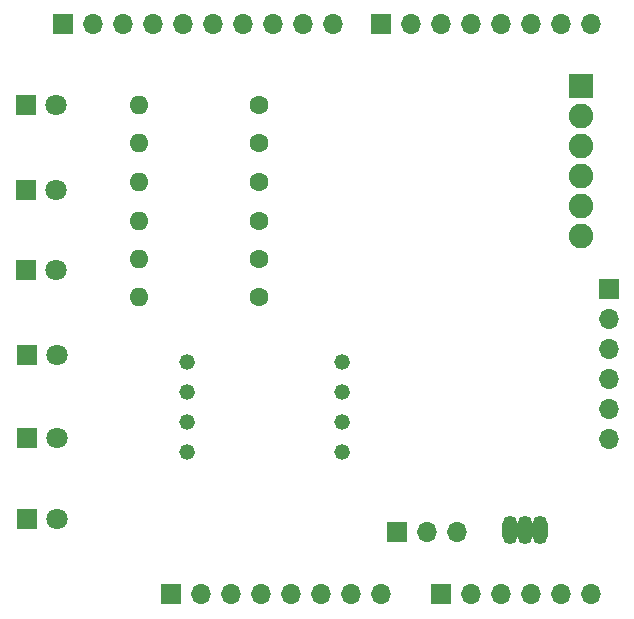
<source format=gbr>
%TF.GenerationSoftware,KiCad,Pcbnew,8.0.8*%
%TF.CreationDate,2025-03-13T21:39:24-06:00*%
%TF.ProjectId,Final_Project_PCB,46696e61-6c5f-4507-926f-6a6563745f50,rev?*%
%TF.SameCoordinates,Original*%
%TF.FileFunction,Soldermask,Top*%
%TF.FilePolarity,Negative*%
%FSLAX46Y46*%
G04 Gerber Fmt 4.6, Leading zero omitted, Abs format (unit mm)*
G04 Created by KiCad (PCBNEW 8.0.8) date 2025-03-13 21:39:24*
%MOMM*%
%LPD*%
G01*
G04 APERTURE LIST*
G04 Aperture macros list*
%AMRoundRect*
0 Rectangle with rounded corners*
0 $1 Rounding radius*
0 $2 $3 $4 $5 $6 $7 $8 $9 X,Y pos of 4 corners*
0 Add a 4 corners polygon primitive as box body*
4,1,4,$2,$3,$4,$5,$6,$7,$8,$9,$2,$3,0*
0 Add four circle primitives for the rounded corners*
1,1,$1+$1,$2,$3*
1,1,$1+$1,$4,$5*
1,1,$1+$1,$6,$7*
1,1,$1+$1,$8,$9*
0 Add four rect primitives between the rounded corners*
20,1,$1+$1,$2,$3,$4,$5,0*
20,1,$1+$1,$4,$5,$6,$7,0*
20,1,$1+$1,$6,$7,$8,$9,0*
20,1,$1+$1,$8,$9,$2,$3,0*%
G04 Aperture macros list end*
%ADD10R,1.700000X1.700000*%
%ADD11O,1.700000X1.700000*%
%ADD12R,1.800000X1.800000*%
%ADD13C,1.800000*%
%ADD14O,1.304000X2.404000*%
%ADD15C,1.600000*%
%ADD16O,1.600000X1.600000*%
%ADD17RoundRect,0.102000X0.939800X-0.939800X0.939800X0.939800X-0.939800X0.939800X-0.939800X-0.939800X0*%
%ADD18C,2.083600*%
%ADD19C,1.321000*%
G04 APERTURE END LIST*
D10*
%TO.C,J1*%
X127940000Y-97460000D03*
D11*
X130480000Y-97460000D03*
X133020000Y-97460000D03*
X135560000Y-97460000D03*
X138100000Y-97460000D03*
X140640000Y-97460000D03*
X143180000Y-97460000D03*
X145720000Y-97460000D03*
%TD*%
D10*
%TO.C,J3*%
X150800000Y-97460000D03*
D11*
X153340000Y-97460000D03*
X155880000Y-97460000D03*
X158420000Y-97460000D03*
X160960000Y-97460000D03*
X163500000Y-97460000D03*
%TD*%
D10*
%TO.C,J2*%
X118796000Y-49200000D03*
D11*
X121336000Y-49200000D03*
X123876000Y-49200000D03*
X126416000Y-49200000D03*
X128956000Y-49200000D03*
X131496000Y-49200000D03*
X134036000Y-49200000D03*
X136576000Y-49200000D03*
X139116000Y-49200000D03*
X141656000Y-49200000D03*
%TD*%
D10*
%TO.C,J4*%
X145720000Y-49200000D03*
D11*
X148260000Y-49200000D03*
X150800000Y-49200000D03*
X153340000Y-49200000D03*
X155880000Y-49200000D03*
X158420000Y-49200000D03*
X160960000Y-49200000D03*
X163500000Y-49200000D03*
%TD*%
D12*
%TO.C,D5*%
X115610000Y-63200000D03*
D13*
X118150000Y-63200000D03*
%TD*%
D14*
%TO.C,U1*%
X156635000Y-92050000D03*
X157905000Y-92050000D03*
X159175000Y-92050000D03*
%TD*%
D10*
%TO.C,J5*%
X147060000Y-92200000D03*
D11*
X149600000Y-92200000D03*
X152140000Y-92200000D03*
%TD*%
D15*
%TO.C,R5*%
X135330000Y-59300000D03*
D16*
X125170000Y-59300000D03*
%TD*%
D17*
%TO.C,U2*%
X162600000Y-54450000D03*
D18*
X162600000Y-56990000D03*
X162600000Y-59530000D03*
X162600000Y-62070000D03*
X162600000Y-64610000D03*
X162600000Y-67150000D03*
%TD*%
D19*
%TO.C,IC1*%
X142350000Y-85395000D03*
X142350000Y-82855000D03*
X142350000Y-80315000D03*
X142350000Y-77775000D03*
X129270000Y-77775000D03*
X129270000Y-80315000D03*
X129270000Y-82855000D03*
X129270000Y-85395000D03*
%TD*%
D12*
%TO.C,D1*%
X115710000Y-91100000D03*
D13*
X118250000Y-91100000D03*
%TD*%
D15*
%TO.C,R1*%
X135330000Y-72300000D03*
D16*
X125170000Y-72300000D03*
%TD*%
D15*
%TO.C,R3*%
X135340000Y-65850000D03*
D16*
X125180000Y-65850000D03*
%TD*%
D12*
%TO.C,D6*%
X115645000Y-56050000D03*
D13*
X118185000Y-56050000D03*
%TD*%
D12*
%TO.C,D3*%
X115710000Y-77200000D03*
D13*
X118250000Y-77200000D03*
%TD*%
D15*
%TO.C,R2*%
X135330000Y-69100000D03*
D16*
X125170000Y-69100000D03*
%TD*%
D15*
%TO.C,R4*%
X135330000Y-62550000D03*
D16*
X125170000Y-62550000D03*
%TD*%
D10*
%TO.C,J6*%
X165000000Y-71625000D03*
D11*
X165000000Y-74165000D03*
X165000000Y-76705000D03*
X165000000Y-79245000D03*
X165000000Y-81785000D03*
X165000000Y-84325000D03*
%TD*%
D12*
%TO.C,D4*%
X115660000Y-70050000D03*
D13*
X118200000Y-70050000D03*
%TD*%
D12*
%TO.C,D2*%
X115700000Y-84250000D03*
D13*
X118240000Y-84250000D03*
%TD*%
D15*
%TO.C,R6*%
X135330000Y-56050000D03*
D16*
X125170000Y-56050000D03*
%TD*%
M02*

</source>
